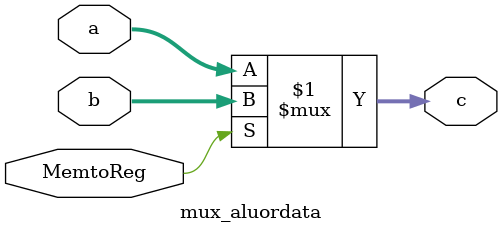
<source format=sv>
module mux_aluordata (
    input logic [31:0] a, // Input from ALU (ALU_result)
    input logic [31:0] b, // Input from data memory (DataMemOut)
    input logic MemtoReg, // Control signal to select between a and b
    output logic [31:0] c // Output to register file (WD3)
);

    assign c = (MemtoReg) ? b : a;

endmodule


</source>
